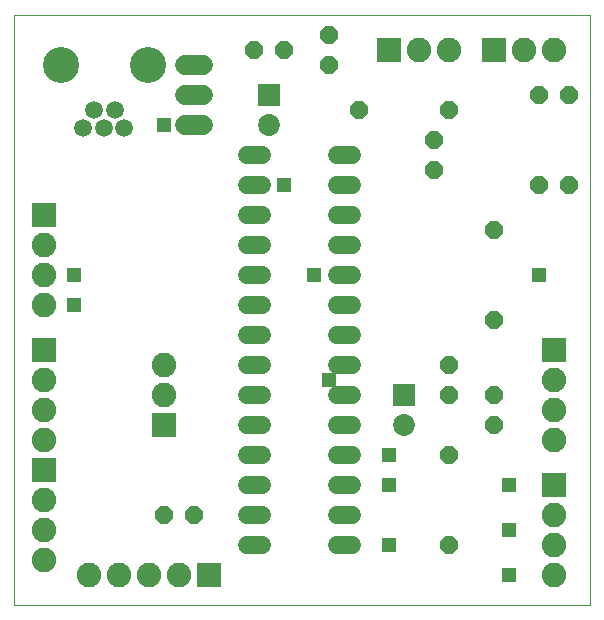
<source format=gts>
G75*
G70*
%OFA0B0*%
%FSLAX24Y24*%
%IPPOS*%
%LPD*%
%AMOC8*
5,1,8,0,0,1.08239X$1,22.5*
%
%ADD10C,0.0000*%
%ADD11C,0.0600*%
%ADD12R,0.0820X0.0820*%
%ADD13C,0.0820*%
%ADD14OC8,0.0600*%
%ADD15R,0.0730X0.0730*%
%ADD16C,0.0730*%
%ADD17C,0.0680*%
%ADD18C,0.0595*%
%ADD19C,0.1202*%
%ADD20R,0.0476X0.0476*%
D10*
X000312Y000252D02*
X000312Y019937D01*
X019497Y019937D01*
X019497Y000252D01*
X000312Y000252D01*
D11*
X008052Y002252D02*
X008572Y002252D01*
X008572Y003252D02*
X008052Y003252D01*
X008052Y004252D02*
X008572Y004252D01*
X008572Y005252D02*
X008052Y005252D01*
X008052Y006252D02*
X008572Y006252D01*
X008572Y007252D02*
X008052Y007252D01*
X008052Y008252D02*
X008572Y008252D01*
X008572Y009252D02*
X008052Y009252D01*
X008052Y010252D02*
X008572Y010252D01*
X008572Y011252D02*
X008052Y011252D01*
X008052Y012252D02*
X008572Y012252D01*
X008572Y013252D02*
X008052Y013252D01*
X008052Y014252D02*
X008572Y014252D01*
X008572Y015252D02*
X008052Y015252D01*
X011052Y015252D02*
X011572Y015252D01*
X011572Y014252D02*
X011052Y014252D01*
X011052Y013252D02*
X011572Y013252D01*
X011572Y012252D02*
X011052Y012252D01*
X011052Y011252D02*
X011572Y011252D01*
X011572Y010252D02*
X011052Y010252D01*
X011052Y009252D02*
X011572Y009252D01*
X011572Y008252D02*
X011052Y008252D01*
X011052Y007252D02*
X011572Y007252D01*
X011572Y006252D02*
X011052Y006252D01*
X011052Y005252D02*
X011572Y005252D01*
X011572Y004252D02*
X011052Y004252D01*
X011052Y003252D02*
X011572Y003252D01*
X011572Y002252D02*
X011052Y002252D01*
D12*
X006812Y001252D03*
X005312Y006252D03*
X001312Y004752D03*
X001312Y008752D03*
X001312Y013252D03*
X012812Y018752D03*
X016312Y018752D03*
X018312Y008752D03*
X018312Y004252D03*
D13*
X018312Y003252D03*
X018312Y002252D03*
X018312Y001252D03*
X018312Y005752D03*
X018312Y006752D03*
X018312Y007752D03*
X018312Y018752D03*
X017312Y018752D03*
X014812Y018752D03*
X013812Y018752D03*
X005312Y008252D03*
X005312Y007252D03*
X001312Y006752D03*
X001312Y007752D03*
X001312Y005752D03*
X001312Y003752D03*
X001312Y002752D03*
X001312Y001752D03*
X002812Y001252D03*
X003812Y001252D03*
X004812Y001252D03*
X005812Y001252D03*
X001312Y010252D03*
X001312Y011252D03*
X001312Y012252D03*
D14*
X008312Y018752D03*
X009312Y018752D03*
X010812Y018252D03*
X010812Y019252D03*
X011812Y016752D03*
X014312Y015752D03*
X014812Y016752D03*
X014312Y014752D03*
X016312Y012752D03*
X017812Y014252D03*
X018812Y014252D03*
X018812Y017252D03*
X017812Y017252D03*
X016312Y009752D03*
X014812Y008252D03*
X014812Y007252D03*
X016312Y007252D03*
X016312Y006252D03*
X014812Y005252D03*
X014812Y002252D03*
X006312Y003252D03*
X005312Y003252D03*
D15*
X013312Y007252D03*
X008812Y017252D03*
D16*
X008812Y016252D03*
X013312Y006252D03*
D17*
X006612Y016252D02*
X006012Y016252D01*
X006012Y017252D02*
X006612Y017252D01*
X006612Y018252D02*
X006012Y018252D01*
D18*
X003982Y016152D03*
X003312Y016152D03*
X002612Y016152D03*
X002982Y016772D03*
X003672Y016772D03*
D19*
X004749Y018252D03*
X001875Y018252D03*
D20*
X005312Y016252D03*
X005312Y016252D03*
X009312Y014252D03*
X009312Y014252D03*
X010312Y011252D03*
X010812Y007752D03*
X012812Y005252D03*
X012812Y004252D03*
X012812Y002252D03*
X016812Y002752D03*
X016812Y004252D03*
X016812Y001252D03*
X017812Y011252D03*
X002312Y011252D03*
X002312Y010252D03*
M02*

</source>
